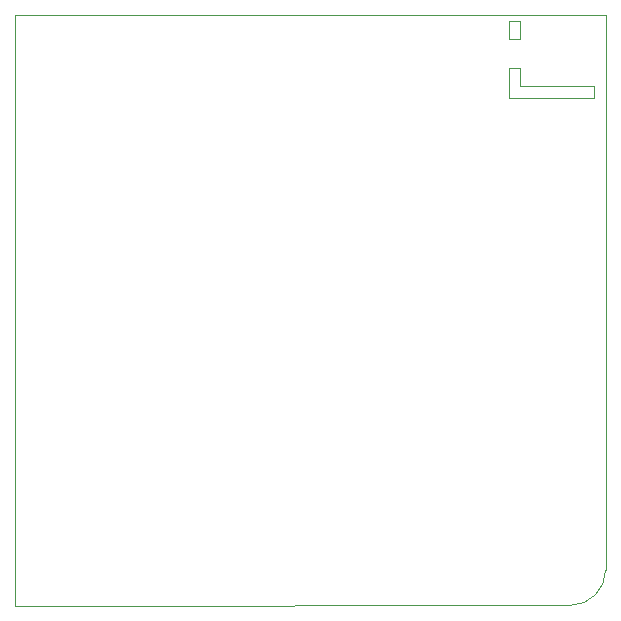
<source format=gbr>
%TF.GenerationSoftware,KiCad,Pcbnew,6.0.11+dfsg-1*%
%TF.CreationDate,2023-11-18T19:10:20+05:30*%
%TF.ProjectId,c3rl-at-r-beta-2,6333726c-2d61-4742-9d72-2d626574612d,rev?*%
%TF.SameCoordinates,Original*%
%TF.FileFunction,Profile,NP*%
%FSLAX46Y46*%
G04 Gerber Fmt 4.6, Leading zero omitted, Abs format (unit mm)*
G04 Created by KiCad (PCBNEW 6.0.11+dfsg-1) date 2023-11-18 19:10:20*
%MOMM*%
%LPD*%
G01*
G04 APERTURE LIST*
%TA.AperFunction,Profile*%
%ADD10C,0.100000*%
%TD*%
G04 APERTURE END LIST*
D10*
X122000000Y-82000000D02*
X122000000Y-81000000D01*
X122000000Y-81000000D02*
X115750000Y-81000000D01*
X114750000Y-75500000D02*
X115750000Y-75500000D01*
X115750000Y-75500000D02*
X115750000Y-77000000D01*
X115750000Y-77000000D02*
X114750000Y-77000000D01*
X114750000Y-77000000D02*
X114750000Y-75500000D01*
X115750000Y-79500000D02*
X114750000Y-79500000D01*
X73000000Y-125000000D02*
X119978680Y-124978680D01*
X115750000Y-81000000D02*
X115750000Y-79500000D01*
X114750000Y-79500000D02*
X114750000Y-82000000D01*
X119978680Y-124978680D02*
G75*
G03*
X122978680Y-121978680I20J2999980D01*
G01*
X114750000Y-82000000D02*
X122000000Y-82000000D01*
X122978680Y-121978680D02*
X123000000Y-75000000D01*
X73000000Y-75000000D02*
X73000000Y-125000000D01*
X123000000Y-75000000D02*
X73000000Y-75000000D01*
M02*

</source>
